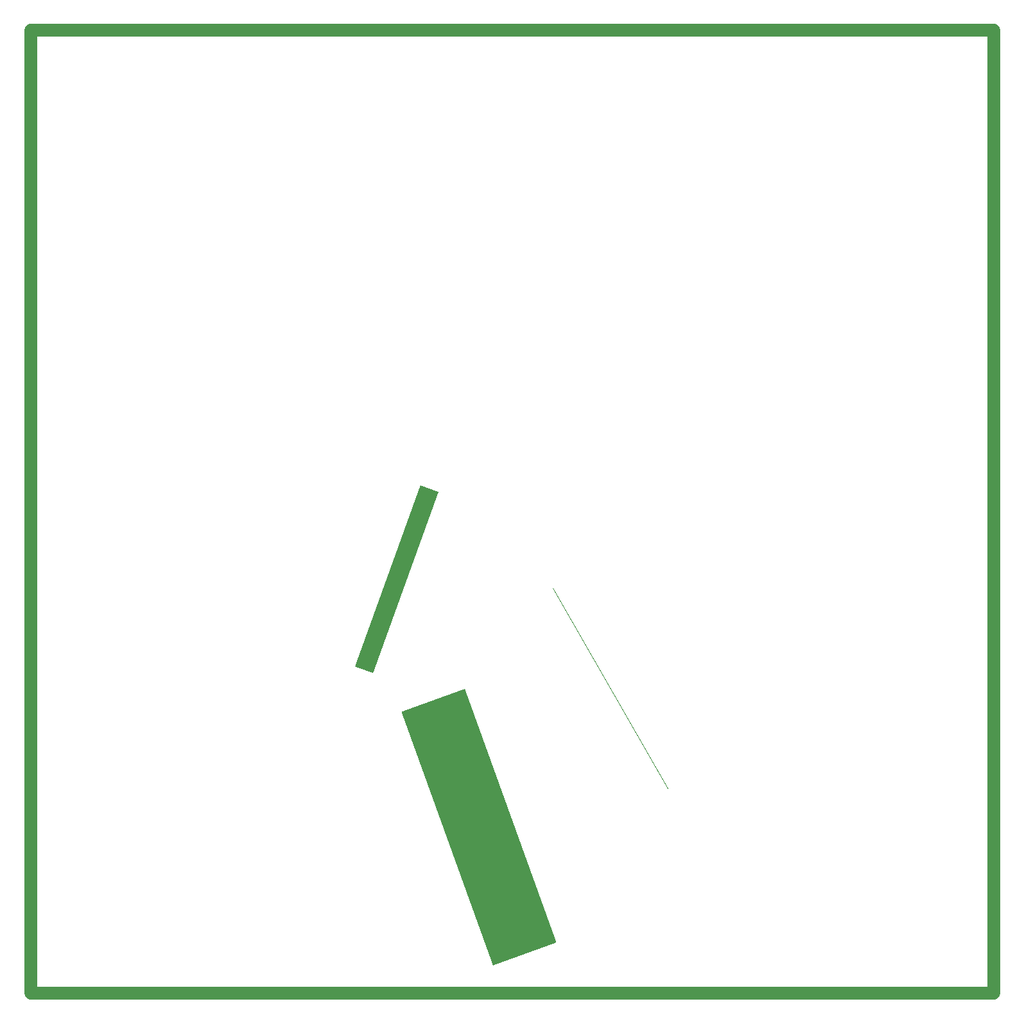
<source format=gbr>
%MOIN*%
%FSLAX23Y23*%
%OFA0.0000B0.0000*%
G90*
%AMCODE21*
21,1,$1,$2,$3,$4,$5*
%
%ADD10C,0.0650*%
%ADD11CODE21,0.1X1X2X3X-19.85*%
%ADD12CODE21,0.35X1.4X0.6X0.7X19.85*%
%ADD13CODE21,0X1.2X0.3X0.5X29.85*%
D11
X0Y9D03*

D12
X3000Y0D03*

D13
X4000Y1000D03*

X1000Y0D02*
G54D10*
X1000Y0D01*
X6000D01*
Y5000D01*
X1000D01*
Y0D01*
M02*

</source>
